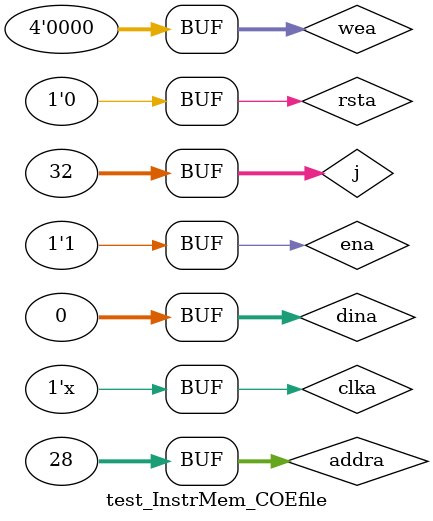
<source format=v>
`timescale 1ns / 1ps


module test_InstrMem_COEfile;

    // Inputs
    reg [31:0] addra; 
	reg clka;
	reg [31:0] dina; 
    reg ena;
    reg rsta; 
    reg [3:0] wea; 
	// Outputs
	wire [31:0] douta;

	// Instantiate the Unit Under Test (UUT)
	Instruction_memory uut (
		.addra(addra), 
		.clka(clka),
		.dina(dina),
		.ena(ena),
		.rsta(rsta),
		.wea(wea),
		.douta(douta)
	);
 
  integer j;   
    initial begin
        // Initialize Inputs
        clka = 1;
        addra = 32'h00000000; 
        dina = 32'h00000000; 
        ena = 1;
        rsta = 0; 
        wea = 4'b0000;
        #20;//comprobando si todos los reg son igual a cero
        rsta=0;
        for(j = 0; j < 32; j = j+4)//con (+1) se comprueba que la memoria solo lee de a 4
            begin    
                addra = j;
                #20;
            end
             
    end
    
   always begin //clock de la placa 50Mhz
        #10 clka=~clka;
    end   

endmodule

</source>
